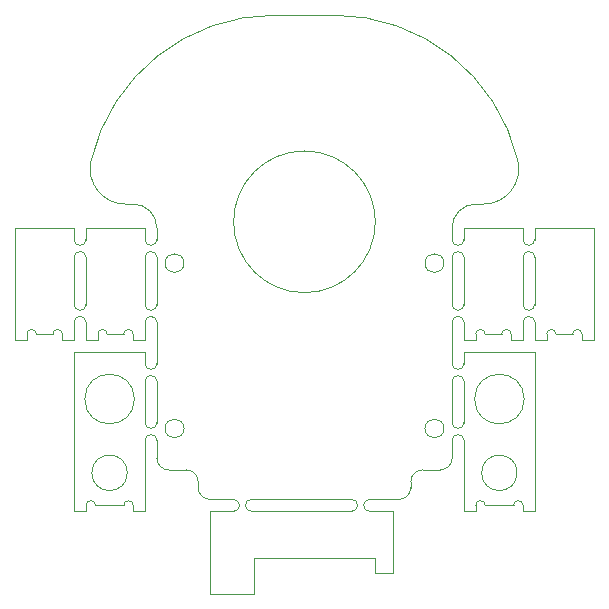
<source format=gm1>
G04 #@! TF.FileFunction,Profile,NP*
%FSLAX46Y46*%
G04 Gerber Fmt 4.6, Leading zero omitted, Abs format (unit mm)*
G04 Created by KiCad (PCBNEW 4.0.1-stable) date 2017/02/22 22:44:27*
%MOMM*%
G01*
G04 APERTURE LIST*
%ADD10C,0.100000*%
G04 APERTURE END LIST*
D10*
X168000000Y-127000000D02*
X168000000Y-113500000D01*
X162000000Y-121000000D02*
X162000000Y-127000000D01*
X129000000Y-127000000D02*
X129000000Y-113500000D01*
X135000000Y-127000000D02*
X135000000Y-121000000D01*
X156000000Y-132250000D02*
X156000000Y-127000000D01*
X154500000Y-132250000D02*
X156000000Y-132250000D01*
X154500000Y-131000000D02*
X154500000Y-132250000D01*
X144250000Y-131000000D02*
X154500000Y-131000000D01*
X144250000Y-134000000D02*
X144250000Y-131000000D01*
X140500000Y-134000000D02*
X144250000Y-134000000D01*
X133500000Y-123750000D02*
G75*
G03X133500000Y-123750000I-1500000J0D01*
G01*
X166500000Y-123750000D02*
G75*
G03X166500000Y-123750000I-1500000J0D01*
G01*
X139500000Y-124500000D02*
X139500000Y-125000000D01*
X157500000Y-124500000D02*
X157500000Y-125000000D01*
X171200000Y-112000000D02*
X169800000Y-112000000D01*
X163800000Y-112000000D02*
X165200000Y-112000000D01*
X163800000Y-112000000D02*
G75*
G03X163400000Y-111600000I-400000J0D01*
G01*
X163400000Y-111600000D02*
G75*
G03X163000000Y-112000000I0J-400000D01*
G01*
X166000000Y-112000000D02*
G75*
G03X165600000Y-111600000I-400000J0D01*
G01*
X165600000Y-111600000D02*
G75*
G03X165200000Y-112000000I0J-400000D01*
G01*
X169800000Y-112000000D02*
G75*
G03X169400000Y-111600000I-400000J0D01*
G01*
X169400000Y-111600000D02*
G75*
G03X169000000Y-112000000I0J-400000D01*
G01*
X171600000Y-111600000D02*
G75*
G03X171200000Y-112000000I0J-400000D01*
G01*
X172000000Y-112000000D02*
G75*
G03X171600000Y-111600000I-400000J0D01*
G01*
X133200000Y-112000000D02*
X131800000Y-112000000D01*
X133600000Y-111600000D02*
G75*
G03X133200000Y-112000000I0J-400000D01*
G01*
X134000000Y-112000000D02*
G75*
G03X133600000Y-111600000I-400000J0D01*
G01*
X131800000Y-112000000D02*
G75*
G03X131400000Y-111600000I-400000J0D01*
G01*
X131400000Y-111600000D02*
G75*
G03X131000000Y-112000000I0J-400000D01*
G01*
X125800000Y-112000000D02*
X127200000Y-112000000D01*
X128000000Y-112000000D02*
G75*
G03X127600000Y-111600000I-400000J0D01*
G01*
X127600000Y-111600000D02*
G75*
G03X127200000Y-112000000I0J-400000D01*
G01*
X125800000Y-112000000D02*
G75*
G03X125400000Y-111600000I-400000J0D01*
G01*
X125400000Y-111600000D02*
G75*
G03X125000000Y-112000000I0J-400000D01*
G01*
X163000000Y-127000000D02*
X163000000Y-126500000D01*
X162000000Y-127000000D02*
X163000000Y-127000000D01*
X167000000Y-127000000D02*
X168000000Y-127000000D01*
X167000000Y-126500000D02*
X167000000Y-127000000D01*
X166600000Y-126100000D02*
G75*
G03X166200000Y-126500000I0J-400000D01*
G01*
X167000000Y-126500000D02*
G75*
G03X166600000Y-126100000I-400000J0D01*
G01*
X163400000Y-126100000D02*
G75*
G03X163000000Y-126500000I0J-400000D01*
G01*
X163800000Y-126500000D02*
G75*
G03X163400000Y-126100000I-400000J0D01*
G01*
X163800000Y-126500000D02*
X166200000Y-126500000D01*
X133200000Y-126500000D02*
X130800000Y-126500000D01*
X134000000Y-126500000D02*
G75*
G03X133600000Y-126100000I-400000J0D01*
G01*
X133600000Y-126100000D02*
G75*
G03X133200000Y-126500000I0J-400000D01*
G01*
X130800000Y-126500000D02*
G75*
G03X130400000Y-126100000I-400000J0D01*
G01*
X130400000Y-126100000D02*
G75*
G03X130000000Y-126500000I0J-400000D01*
G01*
X134000000Y-127000000D02*
X135000000Y-127000000D01*
X134000000Y-126500000D02*
X134000000Y-127000000D01*
X130000000Y-127000000D02*
X130000000Y-126500000D01*
X129000000Y-127000000D02*
X130000000Y-127000000D01*
X144000000Y-126000000D02*
X152500000Y-126000000D01*
X142500000Y-126000000D02*
X140500000Y-126000000D01*
X156500000Y-126000000D02*
X154000000Y-126000000D01*
X154000000Y-127000000D02*
X156000000Y-127000000D01*
X142500000Y-127000000D02*
X140500000Y-127000000D01*
X152500000Y-127000000D02*
X144000000Y-127000000D01*
X153000000Y-126500000D02*
G75*
G03X152500000Y-126000000I-500000J0D01*
G01*
X152500000Y-127000000D02*
G75*
G03X153000000Y-126500000I0J500000D01*
G01*
X153500000Y-126500000D02*
G75*
G03X154000000Y-127000000I500000J0D01*
G01*
X154000000Y-126000000D02*
G75*
G03X153500000Y-126500000I0J-500000D01*
G01*
X143500000Y-126500000D02*
G75*
G03X144000000Y-127000000I500000J0D01*
G01*
X144000000Y-126000000D02*
G75*
G03X143500000Y-126500000I0J-500000D01*
G01*
X143000000Y-126500000D02*
G75*
G03X142500000Y-126000000I-500000J0D01*
G01*
X142500000Y-127000000D02*
G75*
G03X143000000Y-126500000I0J500000D01*
G01*
X140500000Y-127000000D02*
X140500000Y-134000000D01*
X161000000Y-121000000D02*
X161000000Y-122500000D01*
X136000000Y-121000000D02*
X136000000Y-122500000D01*
X160301100Y-119996400D02*
G75*
G03X160301100Y-119996400I-800000J0D01*
G01*
X138301100Y-105996400D02*
G75*
G03X138301100Y-105996400I-800000J0D01*
G01*
X160301100Y-105996400D02*
G75*
G03X160301100Y-105996400I-800000J0D01*
G01*
X154501100Y-102496400D02*
G75*
G03X154501100Y-102496400I-6000000J0D01*
G01*
X138301100Y-119996400D02*
G75*
G03X138301100Y-119996400I-800000J0D01*
G01*
X136001100Y-102996400D02*
G75*
G03X134001100Y-100996400I-2000000J0D01*
G01*
X133351989Y-100996400D02*
X134001100Y-100996400D01*
X130432964Y-97304092D02*
G75*
G03X133351989Y-100996400I2919025J-692308D01*
G01*
X146001100Y-84996400D02*
G75*
G03X130432964Y-97304092I0J-16000000D01*
G01*
X151001100Y-84996400D02*
X146001100Y-84996400D01*
X166569236Y-97304092D02*
G75*
G03X151001100Y-84996400I-15568136J-3692308D01*
G01*
X163650211Y-100996400D02*
G75*
G03X166569236Y-97304092I0J3000000D01*
G01*
X163001100Y-100996400D02*
X163650211Y-100996400D01*
X163001100Y-100996400D02*
G75*
G03X161001100Y-102996400I0J-2000000D01*
G01*
X160001100Y-123496400D02*
G75*
G03X161001100Y-122496400I0J1000000D01*
G01*
X158501100Y-123496400D02*
X160001100Y-123496400D01*
X158501100Y-123496400D02*
G75*
G03X157501100Y-124496400I0J-1000000D01*
G01*
X156501100Y-125996400D02*
G75*
G03X157501100Y-124996400I0J1000000D01*
G01*
X139501100Y-124996400D02*
G75*
G03X140501100Y-125996400I1000000J0D01*
G01*
X139501100Y-124496400D02*
G75*
G03X138501100Y-123496400I-1000000J0D01*
G01*
X137001100Y-123496400D02*
X138501100Y-123496400D01*
X136001100Y-122496400D02*
G75*
G03X137001100Y-123496400I1000000J0D01*
G01*
X136000000Y-104000000D02*
X136000000Y-103000000D01*
X161000000Y-116000000D02*
X161000000Y-119500000D01*
X161000000Y-111000000D02*
X161000000Y-114500000D01*
X161000000Y-105500000D02*
X161000000Y-109500000D01*
X161000000Y-103000000D02*
X161000000Y-104000000D01*
X161000000Y-104000000D02*
G75*
G03X161500000Y-104500000I500000J0D01*
G01*
X161500000Y-105000000D02*
G75*
G03X161000000Y-105500000I0J-500000D01*
G01*
X161000000Y-109500000D02*
G75*
G03X161500000Y-110000000I500000J0D01*
G01*
X161500000Y-110500000D02*
G75*
G03X161000000Y-111000000I0J-500000D01*
G01*
X161000000Y-114500000D02*
G75*
G03X161500000Y-115000000I500000J0D01*
G01*
X161500000Y-115500000D02*
G75*
G03X161000000Y-116000000I0J-500000D01*
G01*
X161000000Y-119500000D02*
G75*
G03X161500000Y-120000000I500000J0D01*
G01*
X161500000Y-120500000D02*
G75*
G03X161000000Y-121000000I0J-500000D01*
G01*
X136000000Y-109500000D02*
X136000000Y-105500000D01*
X136000000Y-114500000D02*
X136000000Y-111000000D01*
X136000000Y-119500000D02*
X136000000Y-116000000D01*
X135500000Y-120000000D02*
G75*
G03X136000000Y-119500000I0J500000D01*
G01*
X136000000Y-121000000D02*
G75*
G03X135500000Y-120500000I-500000J0D01*
G01*
X136000000Y-116000000D02*
G75*
G03X135500000Y-115500000I-500000J0D01*
G01*
X135500000Y-115000000D02*
G75*
G03X136000000Y-114500000I0J500000D01*
G01*
X136000000Y-111000000D02*
G75*
G03X135500000Y-110500000I-500000J0D01*
G01*
X135500000Y-110000000D02*
G75*
G03X136000000Y-109500000I0J500000D01*
G01*
X136000000Y-105500000D02*
G75*
G03X135500000Y-105000000I-500000J0D01*
G01*
X135500000Y-104500000D02*
G75*
G03X136000000Y-104000000I0J500000D01*
G01*
X135000000Y-116000000D02*
X135000000Y-119500000D01*
X162000000Y-116000000D02*
X162000000Y-119500000D01*
X162000000Y-112500000D02*
X162000000Y-111000000D01*
X162000000Y-111000000D02*
G75*
G03X161500000Y-110500000I-500000J0D01*
G01*
X161500000Y-110000000D02*
G75*
G03X162000000Y-109500000I0J500000D01*
G01*
X167100000Y-117500000D02*
G75*
G03X167100000Y-117500000I-2100000J0D01*
G01*
X134100000Y-117500000D02*
G75*
G03X134100000Y-117500000I-2100000J0D01*
G01*
X162000000Y-113500000D02*
X162000000Y-114500000D01*
X162000000Y-116000000D02*
G75*
G03X161500000Y-115500000I-500000J0D01*
G01*
X161500000Y-115000000D02*
G75*
G03X162000000Y-114500000I0J500000D01*
G01*
X161500000Y-120000000D02*
G75*
G03X162000000Y-119500000I0J500000D01*
G01*
X162000000Y-121000000D02*
G75*
G03X161500000Y-120500000I-500000J0D01*
G01*
X135000000Y-114500000D02*
X135000000Y-113500000D01*
X135500000Y-115500000D02*
G75*
G03X135000000Y-116000000I0J-500000D01*
G01*
X135000000Y-114500000D02*
G75*
G03X135500000Y-115000000I500000J0D01*
G01*
X135000000Y-119500000D02*
G75*
G03X135500000Y-120000000I500000J0D01*
G01*
X135500000Y-120500000D02*
G75*
G03X135000000Y-121000000I0J-500000D01*
G01*
X129000000Y-113500000D02*
X135000000Y-113500000D01*
X168000000Y-113500000D02*
X162000000Y-113500000D01*
X135000000Y-104000000D02*
G75*
G03X135500000Y-104500000I500000J0D01*
G01*
X135500000Y-105000000D02*
G75*
G03X135000000Y-105500000I0J-500000D01*
G01*
X135000000Y-109500000D02*
G75*
G03X135500000Y-110000000I500000J0D01*
G01*
X135500000Y-110500000D02*
G75*
G03X135000000Y-111000000I0J-500000D01*
G01*
X129000000Y-103000000D02*
X124000000Y-103000000D01*
X162000000Y-105500000D02*
X162000000Y-109500000D01*
X168000000Y-111000000D02*
X168000000Y-112500000D01*
X167000000Y-112500000D02*
X167000000Y-111000000D01*
X167000000Y-109500000D02*
X167000000Y-105500000D01*
X168000000Y-105500000D02*
X168000000Y-109500000D01*
X168000000Y-104000000D02*
X168000000Y-103000000D01*
X167000000Y-104000000D02*
X167000000Y-103000000D01*
X162000000Y-103000000D02*
X162000000Y-104000000D01*
X167500000Y-104500000D02*
G75*
G03X168000000Y-104000000I0J500000D01*
G01*
X167000000Y-104000000D02*
G75*
G03X167500000Y-104500000I500000J0D01*
G01*
X167500000Y-105000000D02*
G75*
G03X167000000Y-105500000I0J-500000D01*
G01*
X168000000Y-105500000D02*
G75*
G03X167500000Y-105000000I-500000J0D01*
G01*
X167500000Y-110000000D02*
G75*
G03X168000000Y-109500000I0J500000D01*
G01*
X167000000Y-109500000D02*
G75*
G03X167500000Y-110000000I500000J0D01*
G01*
X167500000Y-110500000D02*
G75*
G03X167000000Y-111000000I0J-500000D01*
G01*
X168000000Y-111000000D02*
G75*
G03X167500000Y-110500000I-500000J0D01*
G01*
X162000000Y-105500000D02*
G75*
G03X161500000Y-105000000I-500000J0D01*
G01*
X161500000Y-104500000D02*
G75*
G03X162000000Y-104000000I0J500000D01*
G01*
X129000000Y-104000000D02*
X129000000Y-103000000D01*
X130000000Y-103000000D02*
X130000000Y-104000000D01*
X130000000Y-105500000D02*
X130000000Y-109500000D01*
X129000000Y-109500000D02*
X129000000Y-105500000D01*
X129000000Y-112500000D02*
X129000000Y-111000000D01*
X130000000Y-111000000D02*
X130000000Y-112500000D01*
X129500000Y-110500000D02*
G75*
G03X129000000Y-111000000I0J-500000D01*
G01*
X130000000Y-111000000D02*
G75*
G03X129500000Y-110500000I-500000J0D01*
G01*
X129000000Y-109500000D02*
G75*
G03X129500000Y-110000000I500000J0D01*
G01*
X129500000Y-110000000D02*
G75*
G03X130000000Y-109500000I0J500000D01*
G01*
X129500000Y-105000000D02*
G75*
G03X129000000Y-105500000I0J-500000D01*
G01*
X130000000Y-105500000D02*
G75*
G03X129500000Y-105000000I-500000J0D01*
G01*
X129000000Y-104000000D02*
G75*
G03X129500000Y-104500000I500000J0D01*
G01*
X129500000Y-104500000D02*
G75*
G03X130000000Y-104000000I0J500000D01*
G01*
X135000000Y-109500000D02*
X135000000Y-105500000D01*
X135000000Y-103000000D02*
X135000000Y-104000000D01*
X135000000Y-112500000D02*
X135000000Y-111000000D01*
X135000000Y-103000000D02*
X130000000Y-103000000D01*
X167000000Y-103000000D02*
X162000000Y-103000000D01*
X128000000Y-112500000D02*
X128000000Y-112000000D01*
X129000000Y-112500000D02*
X128000000Y-112500000D01*
X131000000Y-112500000D02*
X130000000Y-112500000D01*
X131000000Y-112000000D02*
X131000000Y-112500000D01*
X134000000Y-112500000D02*
X134000000Y-112000000D01*
X135000000Y-112500000D02*
X134000000Y-112500000D01*
X163000000Y-112500000D02*
X162000000Y-112500000D01*
X163000000Y-112000000D02*
X163000000Y-112500000D01*
X166000000Y-112500000D02*
X166000000Y-112000000D01*
X167000000Y-112500000D02*
X166000000Y-112500000D01*
X169000000Y-112500000D02*
X168000000Y-112500000D01*
X169000000Y-112000000D02*
X169000000Y-112500000D01*
X172000000Y-112500000D02*
X172000000Y-112000000D01*
X173000000Y-112500000D02*
X172000000Y-112500000D01*
X173000000Y-103000000D02*
X173000000Y-112500000D01*
X124000000Y-112500000D02*
X124000000Y-103000000D01*
X125000000Y-112500000D02*
X124000000Y-112500000D01*
X168000000Y-103000000D02*
X173000000Y-103000000D01*
X125000000Y-112500000D02*
X125000000Y-112000000D01*
M02*

</source>
